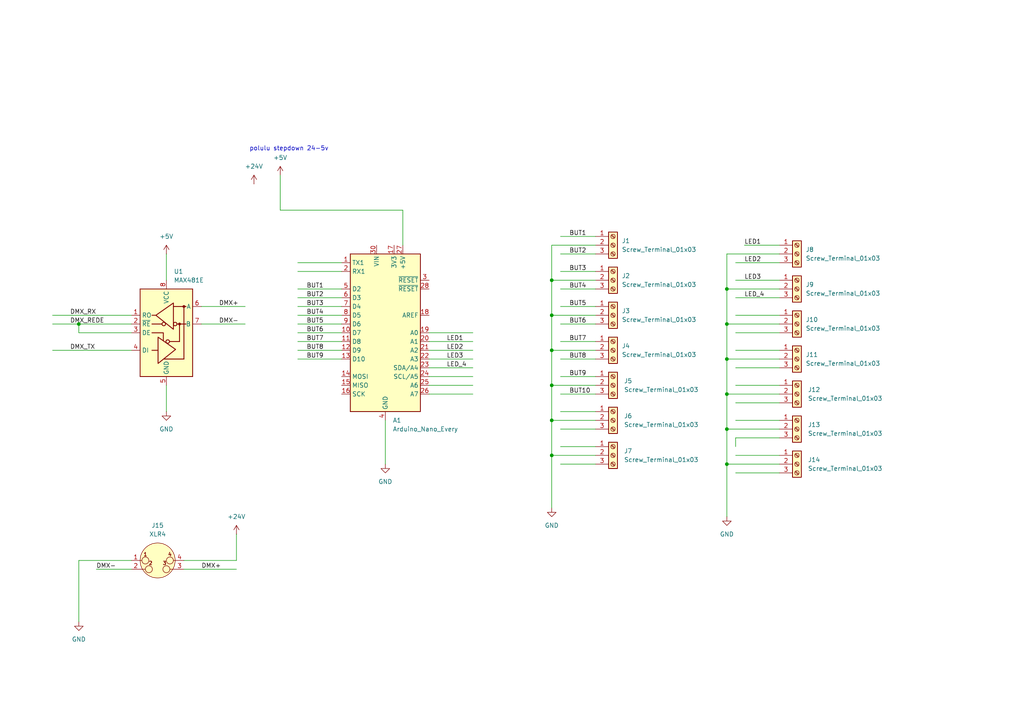
<source format=kicad_sch>
(kicad_sch (version 20250114) (generator "eeschema") (generator_version "9.0")
  (paper "A4")
  (lib_symbols
    (symbol "Connector:Screw_Terminal_01x03" (pin_names (offset 1.016) (hide yes))
      (property "Reference" "J" (at 0 5.08 0))
      (property "Value" "Screw_Terminal_01x03" (at 0 -5.08 0))
      (symbol "Screw_Terminal_01x03_1_1"
        (rectangle (start -1.27 3.81) (end 1.27 -3.81) (stroke (width 0.254)) (fill (type background)))
        (polyline (pts (xy -0.5334 2.8702) (xy 0.3302 2.032)) (stroke (width 0.1524)))
        (polyline (pts (xy -0.5334 0.3302) (xy 0.3302 -0.508)) (stroke (width 0.1524)))
        (polyline (pts (xy -0.5334 -2.2098) (xy 0.3302 -3.048)) (stroke (width 0.1524)))
        (polyline (pts (xy -0.3556 3.048) (xy 0.508 2.2098)) (stroke (width 0.1524)))
        (polyline (pts (xy -0.3556 0.508) (xy 0.508 -0.3302)) (stroke (width 0.1524)))
        (polyline (pts (xy -0.3556 -2.032) (xy 0.508 -2.8702)) (stroke (width 0.1524)))
        (circle (center 0 2.54) (radius 0.635) (stroke (width 0.1524)))
        (circle (center 0 0) (radius 0.635) (stroke (width 0.1524)))
        (circle (center 0 -2.54) (radius 0.635) (stroke (width 0.1524)))
        (pin passive line (at -5.08 2.54 0) (length 3.81) (name "Pin_1") (number "1"))
        (pin passive line (at -5.08 0 0) (length 3.81) (name "Pin_2") (number "2"))
        (pin passive line (at -5.08 -2.54 0) (length 3.81) (name "Pin_3") (number "3"))
      )
    )
    (symbol "Connector_Audio:XLR4" (pin_names (hide yes))
      (property "Reference" "J" (at 0 8.89 0))
      (property "Value" "XLR4" (at 0 6.35 0))
      (symbol "XLR4_0_1"
        (polyline (pts (xy -5.08 0) (xy -4.572 0)))
        (polyline (pts (xy -5.08 -2.54) (xy -4.445 -2.54)))
        (polyline (pts (xy -4.572 -2.54) (xy -3.556 -2.54)))
        (circle (center -3.556 0) (radius 1.016))
        (circle (center -2.54 -2.54) (radius 1.016))
        (circle (center 0 0) (radius 5.08) (fill (type background)))
        (circle (center 2.54 -2.54) (radius 1.016))
        (circle (center 3.556 0) (radius 1.016))
        (polyline (pts (xy 4.318 -2.54) (xy 3.556 -2.54)))
        (polyline (pts (xy 5.08 0) (xy 4.572 0)))
        (polyline (pts (xy 5.08 -2.54) (xy 4.445 -2.54)))
        (text "1" (at -3.556 1.778 0) (effects (font (size 1.016 1.016) (bold yes))))
        (text "2" (at -2.032 -0.762 0) (effects (font (size 1.016 1.016) (bold yes))))
        (text "3" (at 2.032 -0.762 0) (effects (font (size 1.016 1.016) (bold yes))))
        (text "4" (at 3.556 1.778 0) (effects (font (size 1.016 1.016) (bold yes))))
      )
      (symbol "XLR4_1_1"
        (pin passive line (at -7.62 0 0) (length 2.54) (name "~") (number "1"))
        (pin passive line (at -7.62 -2.54 0) (length 2.54) (name "~") (number "2"))
        (pin passive line (at 7.62 0 180) (length 2.54) (name "~") (number "4"))
        (pin passive line (at 7.62 -2.54 180) (length 2.54) (name "~") (number "3"))
      )
    )
    (symbol "Interface_UART:MAX481E"
      (property "Reference" "U" (at -6.985 13.97 0))
      (property "Value" "MAX481E" (at 1.905 13.97 0))
      (symbol "MAX481E_0_1"
        (rectangle (start -7.62 12.7) (end 7.62 -12.7) (stroke (width 0.254)) (fill (type background)))
        (polyline (pts (xy -4.191 2.54) (xy -1.27 2.54)) (stroke (width 0.254)))
        (polyline (pts (xy -4.191 0) (xy -0.889 0) (xy -0.889 -2.286)) (stroke (width 0.254)))
        (polyline (pts (xy -3.175 5.08) (xy -4.191 5.08) (xy -4.064 5.08)) (stroke (width 0.254)))
        (polyline (pts (xy -2.54 -5.08) (xy -4.191 -5.08)) (stroke (width 0.254)))
        (polyline (pts (xy -2.413 -5.08) (xy -2.413 -1.27) (xy 2.667 -4.826) (xy -2.413 -8.89) (xy -2.413 -5.08)) (stroke (width 0.254)))
        (polyline (pts (xy -0.635 -7.62) (xy 5.08 -7.62)) (stroke (width 0.254)))
        (circle (center 0.381 -2.54) (radius 0.508) (stroke (width 0.254)))
        (polyline (pts (xy 0.889 -2.54) (xy 3.81 -2.54)) (stroke (width 0.254)))
        (polyline (pts (xy 2.032 7.62) (xy 5.715 7.62)) (stroke (width 0.254)))
        (polyline (pts (xy 3.048 2.54) (xy 5.715 2.54)) (stroke (width 0.254)))
        (circle (center 3.81 2.54) (radius 0.2794) (stroke (width 0.254)) (fill (type outline)))
        (polyline (pts (xy 3.81 -2.54) (xy 3.81 2.54)) (stroke (width 0.254)))
        (polyline (pts (xy 5.08 -7.62) (xy 5.08 7.62)) (stroke (width 0.254)))
      )
      (symbol "MAX481E_1_1"
        (circle (center -0.762 2.54) (radius 0.508) (stroke (width 0.254)))
        (polyline (pts (xy 2.032 4.826) (xy 2.032 8.636) (xy -3.048 5.08) (xy 2.032 1.016) (xy 2.032 4.826)) (stroke (width 0.254)))
        (circle (center 2.54 2.54) (radius 0.508) (stroke (width 0.254)))
        (circle (center 5.08 7.62) (radius 0.2794) (stroke (width 0.254)) (fill (type outline)))
        (pin output line (at -10.16 5.08 0) (length 2.54) (name "RO") (number "1"))
        (pin input line (at -10.16 2.54 0) (length 2.54) (name "~{RE}") (number "2"))
        (pin input line (at -10.16 0 0) (length 2.54) (name "DE") (number "3"))
        (pin input line (at -10.16 -5.08 0) (length 2.54) (name "DI") (number "4"))
        (pin power_in line (at 0 15.24 270) (length 2.54) (name "VCC") (number "8"))
        (pin power_in line (at 0 -15.24 90) (length 2.54) (name "GND") (number "5"))
        (pin bidirectional line (at 10.16 7.62 180) (length 2.54) (name "A") (number "6"))
        (pin bidirectional line (at 10.16 2.54 180) (length 2.54) (name "B") (number "7"))
      )
    )
    (symbol "MCU_Module:Arduino_Nano_Every"
      (property "Reference" "A" (at -10.16 23.495 0))
      (property "Value" "Arduino_Nano_Every" (at 5.08 -24.13 0))
      (symbol "Arduino_Nano_Every_0_1"
        (rectangle (start -10.16 22.86) (end 10.16 -22.86) (stroke (width 0.254)) (fill (type background)))
      )
      (symbol "Arduino_Nano_Every_1_1"
        (pin bidirectional line (at -12.7 20.32 0) (length 2.54) (name "TX1") (number "1"))
        (pin bidirectional line (at -12.7 17.78 0) (length 2.54) (name "RX1") (number "2"))
        (pin bidirectional line (at -12.7 12.7 0) (length 2.54) (name "D2") (number "5"))
        (pin bidirectional line (at -12.7 10.16 0) (length 2.54) (name "D3") (number "6"))
        (pin bidirectional line (at -12.7 7.62 0) (length 2.54) (name "D4") (number "7"))
        (pin bidirectional line (at -12.7 5.08 0) (length 2.54) (name "D5") (number "8"))
        (pin bidirectional line (at -12.7 2.54 0) (length 2.54) (name "D6") (number "9"))
        (pin bidirectional line (at -12.7 0 0) (length 2.54) (name "D7") (number "10"))
        (pin bidirectional line (at -12.7 -2.54 0) (length 2.54) (name "D8") (number "11"))
        (pin bidirectional line (at -12.7 -5.08 0) (length 2.54) (name "D9") (number "12"))
        (pin bidirectional line (at -12.7 -7.62 0) (length 2.54) (name "D10") (number "13"))
        (pin bidirectional line (at -12.7 -12.7 0) (length 2.54) (name "MOSI") (number "14"))
        (pin bidirectional line (at -12.7 -15.24 0) (length 2.54) (name "MISO") (number "15"))
        (pin bidirectional line (at -12.7 -17.78 0) (length 2.54) (name "SCK") (number "16"))
        (pin power_in line (at -2.54 25.4 270) (length 2.54) (name "VIN") (number "30"))
        (pin passive line (at 0 -25.4 90) (length 2.54) (hide yes) (name "GND") (number "29"))
        (pin power_in line (at 0 -25.4 90) (length 2.54) (name "GND") (number "4"))
        (pin power_out line (at 2.54 25.4 270) (length 2.54) (name "3V3") (number "17"))
        (pin power_out line (at 5.08 25.4 270) (length 2.54) (name "+5V") (number "27"))
        (pin input line (at 12.7 15.24 180) (length 2.54) (name "~{RESET}") (number "3"))
        (pin input line (at 12.7 12.7 180) (length 2.54) (name "~{RESET}") (number "28"))
        (pin input line (at 12.7 5.08 180) (length 2.54) (name "AREF") (number "18"))
        (pin bidirectional line (at 12.7 0 180) (length 2.54) (name "A0") (number "19"))
        (pin bidirectional line (at 12.7 -2.54 180) (length 2.54) (name "A1") (number "20"))
        (pin bidirectional line (at 12.7 -5.08 180) (length 2.54) (name "A2") (number "21"))
        (pin bidirectional line (at 12.7 -7.62 180) (length 2.54) (name "A3") (number "22"))
        (pin bidirectional line (at 12.7 -10.16 180) (length 2.54) (name "SDA/A4") (number "23"))
        (pin bidirectional line (at 12.7 -12.7 180) (length 2.54) (name "SCL/A5") (number "24"))
        (pin bidirectional line (at 12.7 -15.24 180) (length 2.54) (name "A6") (number "25"))
        (pin bidirectional line (at 12.7 -17.78 180) (length 2.54) (name "A7") (number "26"))
      )
    )
    (symbol "power:+24V" (power) (pin_numbers (hide yes)) (pin_names (offset 0) (hide yes))
      (property "Value" "+24V" (at 0 3.556 0))
      (symbol "+24V_0_1"
        (polyline (pts (xy -0.762 1.27) (xy 0 2.54)))
        (polyline (pts (xy 0 2.54) (xy 0.762 1.27)))
        (polyline (pts (xy 0 0) (xy 0 2.54)))
      )
      (symbol "+24V_1_1"
        (pin power_in line (at 0 0 90) (length 0) (name "~") (number "1"))
      )
    )
    (symbol "power:+5V" (power) (pin_numbers (hide yes)) (pin_names (offset 0) (hide yes))
      (property "Value" "+5V" (at 0 3.556 0))
      (symbol "+5V_0_1"
        (polyline (pts (xy -0.762 1.27) (xy 0 2.54)))
        (polyline (pts (xy 0 2.54) (xy 0.762 1.27)))
        (polyline (pts (xy 0 0) (xy 0 2.54)))
      )
      (symbol "+5V_1_1"
        (pin power_in line (at 0 0 90) (length 0) (name "~") (number "1"))
      )
    )
    (symbol "power:GND" (power) (pin_numbers (hide yes)) (pin_names (offset 0) (hide yes))
      (property "Value" "GND" (at 0 -3.81 0))
      (symbol "GND_0_1"
        (polyline (pts (xy 0 0) (xy 0 -1.27) (xy 1.27 -1.27) (xy 0 -2.54) (xy -1.27 -1.27) (xy 0 -1.27)))
      )
      (symbol "GND_1_1"
        (pin power_in line (at 0 0 270) (length 0) (name "~") (number "1"))
      )
    )
  )
  (text "polulu stepdown 24-5v\n" (at 83.82 43.18 0) (effects (font (size 1.27 1.27))))
  (junction (at 160.02 91.44))
  (junction (at 160.02 121.92))
  (junction (at 210.82 134.62))
  (junction (at 210.82 83.82))
  (junction (at 210.82 93.98))
  (junction (at 160.02 111.76))
  (junction (at 160.02 101.6))
  (junction (at 210.82 114.3))
  (junction (at 210.82 124.46))
  (junction (at 160.02 81.28))
  (junction (at 22.86 93.98))
  (junction (at 160.02 132.08))
  (junction (at 210.82 104.14))
  (wire (pts (xy 213.36 91.44) (xy 226.06 91.44)))
  (wire (pts (xy 58.42 93.98) (xy 71.12 93.98)))
  (wire (pts (xy 210.82 83.82) (xy 210.82 93.98)))
  (wire (pts (xy 162.56 99.06) (xy 172.72 99.06)))
  (wire (pts (xy 210.82 114.3) (xy 226.06 114.3)))
  (wire (pts (xy 160.02 91.44) (xy 172.72 91.44)))
  (wire (pts (xy 22.86 162.56) (xy 22.86 180.34)))
  (wire (pts (xy 111.76 121.92) (xy 111.76 134.62)))
  (wire (pts (xy 213.36 76.2) (xy 226.06 76.2)))
  (wire (pts (xy 210.82 104.14) (xy 210.82 114.3)))
  (wire (pts (xy 86.36 104.14) (xy 99.06 104.14)))
  (wire (pts (xy 210.82 114.3) (xy 210.82 124.46)))
  (wire (pts (xy 160.02 111.76) (xy 172.72 111.76)))
  (wire (pts (xy 124.46 106.68) (xy 137.16 106.68)))
  (wire (pts (xy 172.72 71.12) (xy 160.02 71.12)))
  (wire (pts (xy 86.36 91.44) (xy 99.06 91.44)))
  (wire (pts (xy 162.56 119.38) (xy 172.72 119.38)))
  (wire (pts (xy 160.02 71.12) (xy 160.02 81.28)))
  (wire (pts (xy 15.24 101.6) (xy 38.1 101.6)))
  (wire (pts (xy 22.86 93.98) (xy 22.86 96.52)))
  (wire (pts (xy 81.28 50.8) (xy 81.28 60.96)))
  (wire (pts (xy 86.36 83.82) (xy 99.06 83.82)))
  (wire (pts (xy 15.24 93.98) (xy 22.86 93.98)))
  (wire (pts (xy 53.34 165.1) (xy 68.58 165.1)))
  (wire (pts (xy 160.02 121.92) (xy 172.72 121.92)))
  (wire (pts (xy 116.84 71.12) (xy 116.84 60.96)))
  (wire (pts (xy 160.02 101.6) (xy 172.72 101.6)))
  (wire (pts (xy 124.46 96.52) (xy 137.16 96.52)))
  (wire (pts (xy 86.36 99.06) (xy 99.06 99.06)))
  (wire (pts (xy 162.56 78.74) (xy 172.72 78.74)))
  (wire (pts (xy 160.02 101.6) (xy 160.02 111.76)))
  (wire (pts (xy 86.36 78.74) (xy 99.06 78.74)))
  (wire (pts (xy 162.56 88.9) (xy 172.72 88.9)))
  (wire (pts (xy 160.02 81.28) (xy 160.02 91.44)))
  (wire (pts (xy 210.82 124.46) (xy 226.06 124.46)))
  (wire (pts (xy 213.36 116.84) (xy 226.06 116.84)))
  (wire (pts (xy 160.02 111.76) (xy 160.02 121.92)))
  (wire (pts (xy 162.56 104.14) (xy 172.72 104.14)))
  (wire (pts (xy 86.36 88.9) (xy 99.06 88.9)))
  (wire (pts (xy 162.56 83.82) (xy 172.72 83.82)))
  (wire (pts (xy 226.06 127) (xy 213.36 127)))
  (wire (pts (xy 213.36 106.68) (xy 226.06 106.68)))
  (wire (pts (xy 210.82 134.62) (xy 210.82 149.86)))
  (wire (pts (xy 162.56 114.3) (xy 172.72 114.3)))
  (wire (pts (xy 116.84 60.96) (xy 81.28 60.96)))
  (wire (pts (xy 210.82 93.98) (xy 210.82 104.14)))
  (wire (pts (xy 162.56 134.62) (xy 172.72 134.62)))
  (wire (pts (xy 58.42 88.9) (xy 71.12 88.9)))
  (wire (pts (xy 124.46 101.6) (xy 137.16 101.6)))
  (wire (pts (xy 213.36 101.6) (xy 226.06 101.6)))
  (wire (pts (xy 124.46 111.76) (xy 137.16 111.76)))
  (wire (pts (xy 86.36 96.52) (xy 99.06 96.52)))
  (wire (pts (xy 226.06 73.66) (xy 210.82 73.66)))
  (wire (pts (xy 213.36 111.76) (xy 226.06 111.76)))
  (wire (pts (xy 162.56 73.66) (xy 172.72 73.66)))
  (wire (pts (xy 86.36 101.6) (xy 99.06 101.6)))
  (wire (pts (xy 213.36 127) (xy 213.36 129.54)))
  (wire (pts (xy 210.82 73.66) (xy 210.82 83.82)))
  (wire (pts (xy 68.58 162.56) (xy 53.34 162.56)))
  (wire (pts (xy 162.56 93.98) (xy 172.72 93.98)))
  (wire (pts (xy 210.82 83.82) (xy 226.06 83.82)))
  (wire (pts (xy 213.36 96.52) (xy 226.06 96.52)))
  (wire (pts (xy 210.82 93.98) (xy 226.06 93.98)))
  (wire (pts (xy 160.02 132.08) (xy 172.72 132.08)))
  (wire (pts (xy 160.02 81.28) (xy 172.72 81.28)))
  (wire (pts (xy 86.36 76.2) (xy 99.06 76.2)))
  (wire (pts (xy 160.02 91.44) (xy 160.02 101.6)))
  (wire (pts (xy 162.56 124.46) (xy 172.72 124.46)))
  (wire (pts (xy 162.56 129.54) (xy 172.72 129.54)))
  (wire (pts (xy 22.86 162.56) (xy 38.1 162.56)))
  (wire (pts (xy 213.36 81.28) (xy 226.06 81.28)))
  (wire (pts (xy 48.26 73.66) (xy 48.26 81.28)))
  (wire (pts (xy 22.86 93.98) (xy 38.1 93.98)))
  (wire (pts (xy 160.02 132.08) (xy 160.02 147.32)))
  (wire (pts (xy 213.36 132.08) (xy 226.06 132.08)))
  (wire (pts (xy 213.36 86.36) (xy 226.06 86.36)))
  (wire (pts (xy 15.24 91.44) (xy 38.1 91.44)))
  (wire (pts (xy 210.82 124.46) (xy 210.82 134.62)))
  (wire (pts (xy 124.46 104.14) (xy 137.16 104.14)))
  (wire (pts (xy 86.36 86.36) (xy 99.06 86.36)))
  (wire (pts (xy 124.46 109.22) (xy 137.16 109.22)))
  (wire (pts (xy 213.36 137.16) (xy 226.06 137.16)))
  (wire (pts (xy 213.36 121.92) (xy 226.06 121.92)))
  (wire (pts (xy 86.36 93.98) (xy 99.06 93.98)))
  (wire (pts (xy 210.82 134.62) (xy 226.06 134.62)))
  (wire (pts (xy 215.9 71.12) (xy 226.06 71.12)))
  (wire (pts (xy 162.56 68.58) (xy 172.72 68.58)))
  (wire (pts (xy 22.86 96.52) (xy 38.1 96.52)))
  (wire (pts (xy 48.26 111.76) (xy 48.26 119.38)))
  (wire (pts (xy 160.02 121.92) (xy 160.02 132.08)))
  (wire (pts (xy 124.46 114.3) (xy 137.16 114.3)))
  (wire (pts (xy 162.56 109.22) (xy 172.72 109.22)))
  (wire (pts (xy 210.82 104.14) (xy 226.06 104.14)))
  (wire (pts (xy 124.46 99.06) (xy 137.16 99.06)))
  (wire (pts (xy 68.58 154.94) (xy 68.58 162.56)))
  (wire (pts (xy 38.1 165.1) (xy 27.94 165.1)))
  (label "BUT8" (at 88.9 101.6 0))
  (label "BUT9" (at 165.1 109.22 0))
  (label "DMX+" (at 58.42 165.1 0))
  (label "LED_4" (at 129.54 106.68 0))
  (label "LED_4" (at 215.9 86.36 0))
  (label "DMX_REDE" (at 20.32 93.98 0))
  (label "BUT4" (at 165.1 83.82 0))
  (label "DMX-" (at 63.5 93.98 0))
  (label "DMX+" (at 63.5 88.9 0))
  (label "BUT1" (at 165.1 68.58 0))
  (label "LED3" (at 129.54 104.14 0))
  (label "BUT3" (at 165.1 78.74 0))
  (label "BUT6" (at 165.1 93.98 0))
  (label "BUT5" (at 165.1 88.9 0))
  (label "LED2" (at 215.9 76.2 0))
  (label "LED1" (at 215.9 71.12 0))
  (label "DMX_RX" (at 20.32 91.44 0))
  (label "LED2" (at 129.54 101.6 0))
  (label "BUT9" (at 88.9 104.14 0))
  (label "BUT4" (at 88.9 91.44 0))
  (label "DMX-" (at 27.94 165.1 0))
  (label "BUT8" (at 165.1 104.14 0))
  (label "BUT6" (at 88.9 96.52 0))
  (label "BUT1" (at 88.9 83.82 0))
  (label "BUT10" (at 165.1 114.3 0))
  (label "BUT5" (at 88.9 93.98 0))
  (label "BUT3" (at 88.9 88.9 0))
  (label "DMX_TX" (at 20.32 101.6 0))
  (label "LED1" (at 129.54 99.06 0))
  (label "BUT2" (at 88.9 86.36 0))
  (label "LED3" (at 215.9 81.28 0))
  (label "BUT7" (at 165.1 99.06 0))
  (label "BUT7" (at 88.9 99.06 0))
  (label "BUT2" (at 165.1 73.66 0))
  (symbol (lib_id "power:+24V") (at 68.58 154.94 0) (unit 1)
    (property "Reference" "#PWR06" (effects (hide yes)))
    (property "Value" "+24V" (at 68.58 149.86 0))
    (property "Description" "Power symbol creates a global label with name \"+24V\"" (effects (hide yes)))
  )
  (symbol (lib_id "Connector:Screw_Terminal_01x03") (at 231.14 114.3 0) (unit 1)
    (property "Reference" "J12" (at 234.315 113.0299 0) (effects (justify left)))
    (property "Value" "Screw_Terminal_01x03" (at 234.315 115.5699 0) (effects (justify left)))
    (property "Description" "Generic screw terminal, single row, 01x03, script generated (kicad-library-utils/schlib/autogen/connector/)" (effects (hide yes)))
  )
  (symbol (lib_id "Connector:Screw_Terminal_01x03") (at 177.8 91.44 0) (unit 1)
    (property "Reference" "J3" (at 180.34 90.1699 0) (effects (justify left)))
    (property "Value" "Screw_Terminal_01x03" (at 180.34 92.7099 0) (effects (justify left)))
    (property "Description" "Generic screw terminal, single row, 01x03, script generated (kicad-library-utils/schlib/autogen/connector/)" (effects (hide yes)))
  )
  (symbol (lib_id "power:GND") (at 210.82 149.86 0) (unit 1)
    (property "Reference" "#PWR02" (effects (hide yes)))
    (property "Value" "GND" (at 210.82 154.94 0))
    (property "Description" "Power symbol creates a global label with name \"GND\" , ground" (effects (hide yes)))
  )
  (symbol (lib_id "Connector:Screw_Terminal_01x03") (at 177.8 111.76 0) (unit 1)
    (property "Reference" "J5" (at 180.975 110.4899 0) (effects (justify left)))
    (property "Value" "Screw_Terminal_01x03" (at 180.975 113.0299 0) (effects (justify left)))
    (property "Description" "Generic screw terminal, single row, 01x03, script generated (kicad-library-utils/schlib/autogen/connector/)" (effects (hide yes)))
  )
  (symbol (lib_id "power:GND") (at 160.02 147.32 0) (unit 1)
    (property "Reference" "#PWR01" (effects (hide yes)))
    (property "Value" "GND" (at 160.02 152.4 0))
    (property "Description" "Power symbol creates a global label with name \"GND\" , ground" (effects (hide yes)))
  )
  (symbol (lib_id "Connector:Screw_Terminal_01x03") (at 177.8 121.92 0) (unit 1)
    (property "Reference" "J6" (at 180.975 120.6499 0) (effects (justify left)))
    (property "Value" "Screw_Terminal_01x03" (at 180.975 123.1899 0) (effects (justify left)))
    (property "Description" "Generic screw terminal, single row, 01x03, script generated (kicad-library-utils/schlib/autogen/connector/)" (effects (hide yes)))
  )
  (symbol (lib_id "power:GND") (at 48.26 119.38 0) (unit 1)
    (property "Reference" "#PWR09" (effects (hide yes)))
    (property "Value" "GND" (at 48.26 124.46 0))
    (property "Description" "Power symbol creates a global label with name \"GND\" , ground" (effects (hide yes)))
  )
  (symbol (lib_id "power:GND") (at 22.86 180.34 0) (unit 1)
    (property "Reference" "#PWR07" (effects (hide yes)))
    (property "Value" "GND" (at 22.86 185.42 0))
    (property "Description" "Power symbol creates a global label with name \"GND\" , ground" (effects (hide yes)))
  )
  (symbol (lib_id "Interface_UART:MAX481E") (at 48.26 96.52 0) (unit 1)
    (property "Reference" "U1" (at 50.4033 78.74 0) (effects (justify left)))
    (property "Value" "MAX481E" (at 50.4033 81.28 0) (effects (justify left)))
    (property "Footprint" "Package_SO:SOIC-8_3.9x4.9mm_P1.27mm" (effects (hide yes)))
    (property "Datasheet" "https://datasheets.maximintegrated.com/en/ds/MAX1487E-MAX491E.pdf" (effects (hide yes)))
    (property "Description" "Half duplex RS-485/RS-422, 2.5 Mbps, ±15kV electro-static discharge (ESD) protection, no slew-rate, with low-power shutdown, with receiver/driver enable, 32 receiver drive capability, DIP-8 and SOIC-8" (effects (hide yes)))
  )
  (symbol (lib_id "Connector:Screw_Terminal_01x03") (at 177.8 81.28 0) (unit 1)
    (property "Reference" "J2" (at 180.34 80.0099 0) (effects (justify left)))
    (property "Value" "Screw_Terminal_01x03" (at 180.34 82.5499 0) (effects (justify left)))
    (property "Description" "Generic screw terminal, single row, 01x03, script generated (kicad-library-utils/schlib/autogen/connector/)" (effects (hide yes)))
  )
  (symbol (lib_id "power:GND") (at 111.76 134.62 0) (unit 1)
    (property "Reference" "#PWR03" (effects (hide yes)))
    (property "Value" "GND" (at 111.76 139.7 0))
    (property "Description" "Power symbol creates a global label with name \"GND\" , ground" (effects (hide yes)))
  )
  (symbol (lib_id "Connector:Screw_Terminal_01x03") (at 231.14 73.66 0) (unit 1)
    (property "Reference" "J8" (at 233.68 72.3899 0) (effects (justify left)))
    (property "Value" "Screw_Terminal_01x03" (at 233.68 74.9299 0) (effects (justify left)))
    (property "Description" "Generic screw terminal, single row, 01x03, script generated (kicad-library-utils/schlib/autogen/connector/)" (effects (hide yes)))
  )
  (symbol (lib_id "MCU_Module:Arduino_Nano_Every") (at 111.76 96.52 0) (unit 1)
    (property "Reference" "A1" (at 113.9033 121.92 0) (effects (justify left)))
    (property "Value" "Arduino_Nano_Every" (at 113.9033 124.46 0) (effects (justify left)))
    (property "Footprint" "Module:Arduino_Nano" (effects (hide yes)))
    (property "Datasheet" "https://content.arduino.cc/assets/NANOEveryV3.0_sch.pdf" (effects (hide yes)))
    (property "Description" "Arduino Nano Every" (effects (hide yes)))
  )
  (symbol (lib_id "Connector:Screw_Terminal_01x03") (at 231.14 104.14 0) (unit 1)
    (property "Reference" "J11" (at 233.68 102.8699 0) (effects (justify left)))
    (property "Value" "Screw_Terminal_01x03" (at 233.68 105.4099 0) (effects (justify left)))
    (property "Description" "Generic screw terminal, single row, 01x03, script generated (kicad-library-utils/schlib/autogen/connector/)" (effects (hide yes)))
  )
  (symbol (lib_id "Connector:Screw_Terminal_01x03") (at 231.14 83.82 0) (unit 1)
    (property "Reference" "J9" (at 233.68 82.5499 0) (effects (justify left)))
    (property "Value" "Screw_Terminal_01x03" (at 233.68 85.0899 0) (effects (justify left)))
    (property "Description" "Generic screw terminal, single row, 01x03, script generated (kicad-library-utils/schlib/autogen/connector/)" (effects (hide yes)))
  )
  (symbol (lib_id "power:+24V") (at 73.66 53.34 0) (unit 1)
    (property "Reference" "#PWR05" (effects (hide yes)))
    (property "Value" "+24V" (at 73.66 48.26 0))
    (property "Description" "Power symbol creates a global label with name \"+24V\"" (effects (hide yes)))
  )
  (symbol (lib_id "Connector:Screw_Terminal_01x03") (at 177.8 132.08 0) (unit 1)
    (property "Reference" "J7" (at 180.975 130.8099 0) (effects (justify left)))
    (property "Value" "Screw_Terminal_01x03" (at 180.975 133.3499 0) (effects (justify left)))
    (property "Description" "Generic screw terminal, single row, 01x03, script generated (kicad-library-utils/schlib/autogen/connector/)" (effects (hide yes)))
  )
  (symbol (lib_id "Connector:Screw_Terminal_01x03") (at 177.8 101.6 0) (unit 1)
    (property "Reference" "J4" (at 180.34 100.3299 0) (effects (justify left)))
    (property "Value" "Screw_Terminal_01x03" (at 180.34 102.8699 0) (effects (justify left)))
    (property "Description" "Generic screw terminal, single row, 01x03, script generated (kicad-library-utils/schlib/autogen/connector/)" (effects (hide yes)))
  )
  (symbol (lib_id "Connector:Screw_Terminal_01x03") (at 177.8 71.12 0) (unit 1)
    (property "Reference" "J1" (at 180.34 69.8499 0) (effects (justify left)))
    (property "Value" "Screw_Terminal_01x03" (at 180.34 72.3899 0) (effects (justify left)))
    (property "Description" "Generic screw terminal, single row, 01x03, script generated (kicad-library-utils/schlib/autogen/connector/)" (effects (hide yes)))
  )
  (symbol (lib_id "Connector_Audio:XLR4") (at 45.72 162.56 0) (unit 1)
    (property "Reference" "J15" (at 45.72 152.4 0))
    (property "Value" "XLR4" (at 45.72 154.94 0))
    (property "Description" "XLR Connector, Male or Female, 4 Pins" (effects (hide yes)))
  )
  (symbol (lib_id "Connector:Screw_Terminal_01x03") (at 231.14 134.62 0) (unit 1)
    (property "Reference" "J14" (at 234.315 133.3499 0) (effects (justify left)))
    (property "Value" "Screw_Terminal_01x03" (at 234.315 135.8899 0) (effects (justify left)))
    (property "Description" "Generic screw terminal, single row, 01x03, script generated (kicad-library-utils/schlib/autogen/connector/)" (effects (hide yes)))
  )
  (symbol (lib_id "Connector:Screw_Terminal_01x03") (at 231.14 124.46 0) (unit 1)
    (property "Reference" "J13" (at 234.315 123.1899 0) (effects (justify left)))
    (property "Value" "Screw_Terminal_01x03" (at 234.315 125.7299 0) (effects (justify left)))
    (property "Description" "Generic screw terminal, single row, 01x03, script generated (kicad-library-utils/schlib/autogen/connector/)" (effects (hide yes)))
  )
  (symbol (lib_id "power:+5V") (at 81.28 50.8 0) (unit 1)
    (property "Reference" "#PWR04" (effects (hide yes)))
    (property "Value" "+5V" (at 81.28 45.72 0))
    (property "Description" "Power symbol creates a global label with name \"+5V\"" (effects (hide yes)))
  )
  (symbol (lib_id "Connector:Screw_Terminal_01x03") (at 231.14 93.98 0) (unit 1)
    (property "Reference" "J10" (at 233.68 92.7099 0) (effects (justify left)))
    (property "Value" "Screw_Terminal_01x03" (at 233.68 95.2499 0) (effects (justify left)))
    (property "Description" "Generic screw terminal, single row, 01x03, script generated (kicad-library-utils/schlib/autogen/connector/)" (effects (hide yes)))
  )
  (symbol (lib_id "power:+5V") (at 48.26 73.66 0) (unit 1)
    (property "Reference" "#PWR08" (effects (hide yes)))
    (property "Value" "+5V" (at 48.26 68.58 0))
    (property "Description" "Power symbol creates a global label with name \"+5V\"" (effects (hide yes)))
  )
)
</source>
